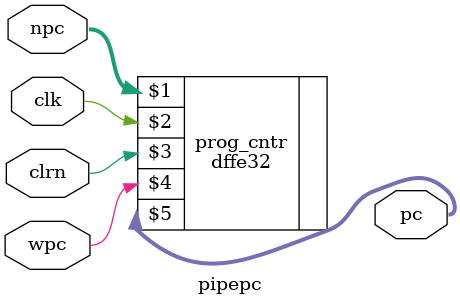
<source format=v>
/************************************************
  The Verilog HDL code example is from the book
  Computer Principles and Design in Verilog HDL
  by Yamin Li, published by A JOHN WILEY & SONS
************************************************/
module pipepc (npc,wpc,clk,clrn,pc);                      // program counter
    input         clk, clrn;                              // clock and reset
    input         wpc;                                    // pc write enable
    input  [31:0] npc;                                    // next pc
    output [31:0] pc;                                     // program counter
    // dffe32        (d,  clk,clrn,e,  q);
    dffe32 prog_cntr (npc,clk,clrn,wpc,pc);               // program counter
endmodule

</source>
